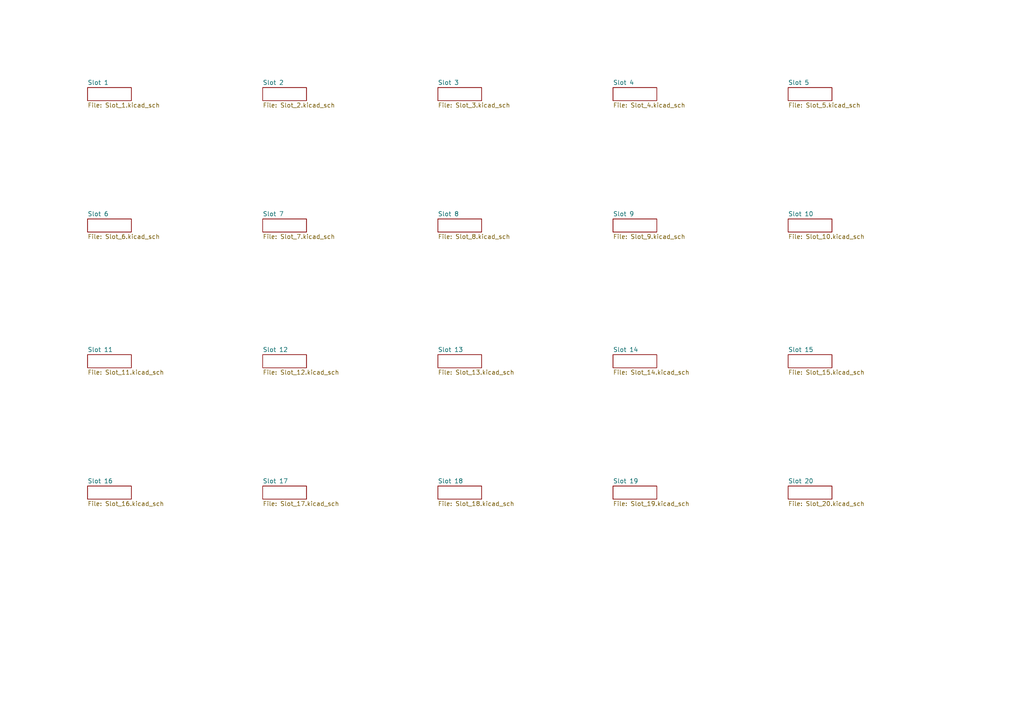
<source format=kicad_sch>
(kicad_sch (version 20211123) (generator eeschema)
  (paper "A4")
  (lib_symbols)
  (sheet (at 127 140.97) (size 12.7 3.81)
    (property "Sheet name" "Slot 18" (at 127 140.2584 0) (effects (justify left bottom)))
    (property "Sheet file" "Slot_18.kicad_sch" (at 127 145.3646 0) (effects (justify left top)))
  )
  (sheet (at 76.2 102.87) (size 12.7 3.81)
    (property "Sheet name" "Slot 12" (at 76.2 102.1584 0) (effects (justify left bottom)))
    (property "Sheet file" "Slot_12.kicad_sch" (at 76.2 107.2646 0) (effects (justify left top)))
  )
  (sheet (at 127 25.4) (size 12.7 3.81)
    (property "Sheet name" "Slot 3" (at 127 24.6884 0) (effects (justify left bottom)))
    (property "Sheet file" "Slot_3.kicad_sch" (at 127 29.7946 0) (effects (justify left top)))
  )
  (sheet (at 76.2 63.5) (size 12.7 3.81)
    (property "Sheet name" "Slot 7" (at 76.2 62.7884 0) (effects (justify left bottom)))
    (property "Sheet file" "Slot_7.kicad_sch" (at 76.2 67.8946 0) (effects (justify left top)))
  )
  (sheet (at 25.4 102.87) (size 12.7 3.81)
    (property "Sheet name" "Slot 11" (at 25.4 102.1584 0) (effects (justify left bottom)))
    (property "Sheet file" "Slot_11.kicad_sch" (at 25.4 107.2646 0) (effects (justify left top)))
  )
  (sheet (at 127 63.5) (size 12.7 3.81)
    (property "Sheet name" "Slot 8" (at 127 62.7884 0) (effects (justify left bottom)))
    (property "Sheet file" "Slot_8.kicad_sch" (at 127 67.8946 0) (effects (justify left top)))
  )
  (sheet (at 228.6 25.4) (size 12.7 3.81)
    (property "Sheet name" "Slot 5" (at 228.6 24.6884 0) (effects (justify left bottom)))
    (property "Sheet file" "Slot_5.kicad_sch" (at 228.6 29.7946 0) (effects (justify left top)))
  )
  (sheet (at 76.2 140.97) (size 12.7 3.81)
    (property "Sheet name" "Slot 17" (at 76.2 140.2584 0) (effects (justify left bottom)))
    (property "Sheet file" "Slot_17.kicad_sch" (at 76.2 145.3646 0) (effects (justify left top)))
  )
  (sheet (at 25.4 25.4) (size 12.7 3.81)
    (property "Sheet name" "Slot 1" (at 25.4 24.6884 0) (effects (justify left bottom)))
    (property "Sheet file" "Slot_1.kicad_sch" (at 25.4 29.7946 0) (effects (justify left top)))
  )
  (sheet (at 127 102.87) (size 12.7 3.81)
    (property "Sheet name" "Slot 13" (at 127 102.1584 0) (effects (justify left bottom)))
    (property "Sheet file" "Slot_13.kicad_sch" (at 127 107.2646 0) (effects (justify left top)))
  )
  (sheet (at 177.8 102.87) (size 12.7 3.81)
    (property "Sheet name" "Slot 14" (at 177.8 102.1584 0) (effects (justify left bottom)))
    (property "Sheet file" "Slot_14.kicad_sch" (at 177.8 107.2646 0) (effects (justify left top)))
  )
  (sheet (at 228.6 63.5) (size 12.7 3.81)
    (property "Sheet name" "Slot 10" (at 228.6 62.7884 0) (effects (justify left bottom)))
    (property "Sheet file" "Slot_10.kicad_sch" (at 228.6 67.8946 0) (effects (justify left top)))
  )
  (sheet (at 25.4 140.97) (size 12.7 3.81)
    (property "Sheet name" "Slot 16" (at 25.4 140.2584 0) (effects (justify left bottom)))
    (property "Sheet file" "Slot_16.kicad_sch" (at 25.4 145.3646 0) (effects (justify left top)))
  )
  (sheet (at 25.4 63.5) (size 12.7 3.81)
    (property "Sheet name" "Slot 6" (at 25.4 62.7884 0) (effects (justify left bottom)))
    (property "Sheet file" "Slot_6.kicad_sch" (at 25.4 67.8946 0) (effects (justify left top)))
  )
  (sheet (at 177.8 63.5) (size 12.7 3.81)
    (property "Sheet name" "Slot 9" (at 177.8 62.7884 0) (effects (justify left bottom)))
    (property "Sheet file" "Slot_9.kicad_sch" (at 177.8 67.8946 0) (effects (justify left top)))
  )
  (sheet (at 228.6 102.87) (size 12.7 3.81)
    (property "Sheet name" "Slot 15" (at 228.6 102.1584 0) (effects (justify left bottom)))
    (property "Sheet file" "Slot_15.kicad_sch" (at 228.6 107.2646 0) (effects (justify left top)))
  )
  (sheet (at 228.6 140.97) (size 12.7 3.81)
    (property "Sheet name" "Slot 20" (at 228.6 140.2584 0) (effects (justify left bottom)))
    (property "Sheet file" "Slot_20.kicad_sch" (at 228.6 145.3646 0) (effects (justify left top)))
  )
  (sheet (at 177.8 140.97) (size 12.7 3.81)
    (property "Sheet name" "Slot 19" (at 177.8 140.2584 0) (effects (justify left bottom)))
    (property "Sheet file" "Slot_19.kicad_sch" (at 177.8 145.3646 0) (effects (justify left top)))
  )
  (sheet (at 76.2 25.4) (size 12.7 3.81)
    (property "Sheet name" "Slot 2" (at 76.2 24.6884 0) (effects (justify left bottom)))
    (property "Sheet file" "Slot_2.kicad_sch" (at 76.2 29.7946 0) (effects (justify left top)))
  )
  (sheet (at 177.8 25.4) (size 12.7 3.81)
    (property "Sheet name" "Slot 4" (at 177.8 24.6884 0) (effects (justify left bottom)))
    (property "Sheet file" "Slot_4.kicad_sch" (at 177.8 29.7946 0) (effects (justify left top)))
  )
)
</source>
